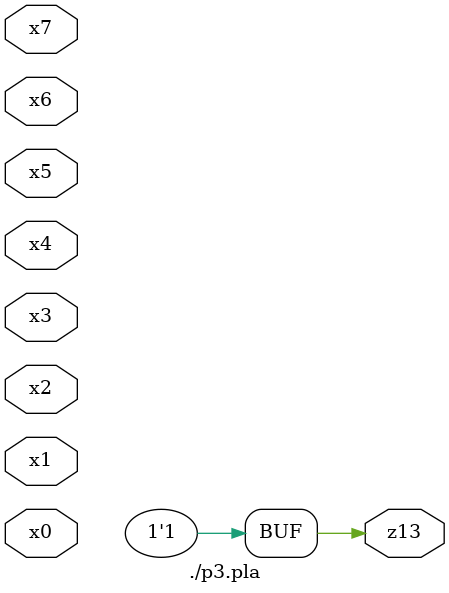
<source format=v>

module \./p3.pla  ( 
    x0, x1, x2, x3, x4, x5, x6, x7,
    z13  );
  input  x0, x1, x2, x3, x4, x5, x6, x7;
  output z13;
  assign z13 = 1'b1;
endmodule



</source>
